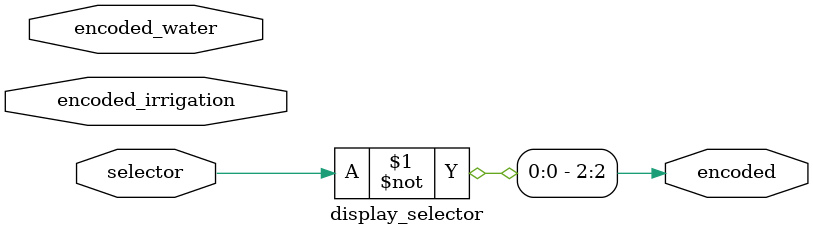
<source format=v>
module display_selector (
    output [2:0] encoded,

    input selector,
    input [1:0] encoded_water,
    input [1:0] encoded_irrigation,
);

    // -----------------------------------------------------
    // Output 2

    not (encoded[2], selector);
    
    
    // -----------------------------------------------------
    // Output 1
    

    // -----------------------------------------------------
    // Output 0


endmodule
</source>
